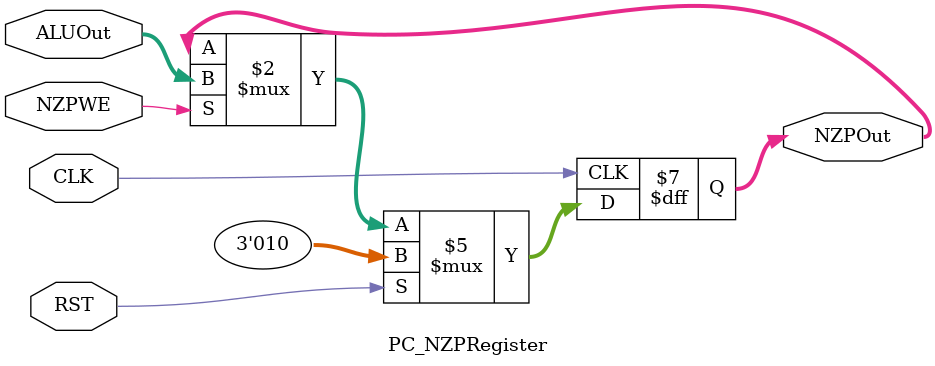
<source format=sv>
`timescale 1ns / 1ps


module PC_NZPRegister#(
    parameter logic [2:0] RESET_NZP = 3'b010    // Z set on reset
)(
    input  logic       CLK,
    input  logic       RST,
    input  logic       NZPWE,                   // write enable
    input  logic [2:0] ALUOut,                  // expected order {N,Z,P}
    output logic [2:0] NZPOut                   // current flags {N,Z,P}
);
    always_ff @(posedge CLK) begin
        if (RST)            NZPOut <= RESET_NZP;
        else if (NZPWE)     NZPOut <= ALUOut;
    end
endmodule

</source>
